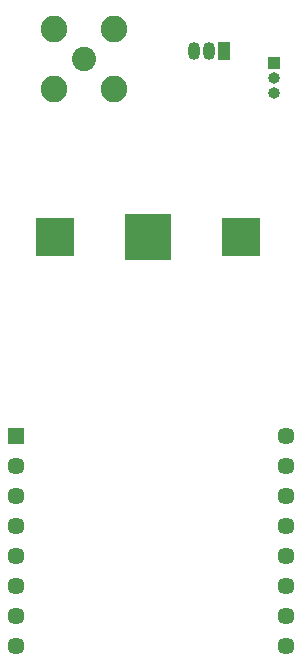
<source format=gbr>
%TF.GenerationSoftware,KiCad,Pcbnew,8.0.2*%
%TF.CreationDate,2024-07-30T13:46:02+02:00*%
%TF.ProjectId,lc29h_mikrobus_PCB,6c633239-685f-46d6-996b-726f6275735f,rev?*%
%TF.SameCoordinates,Original*%
%TF.FileFunction,Soldermask,Bot*%
%TF.FilePolarity,Negative*%
%FSLAX46Y46*%
G04 Gerber Fmt 4.6, Leading zero omitted, Abs format (unit mm)*
G04 Created by KiCad (PCBNEW 8.0.2) date 2024-07-30 13:46:02*
%MOMM*%
%LPD*%
G01*
G04 APERTURE LIST*
%ADD10R,1.445000X1.445000*%
%ADD11C,1.445000*%
%ADD12R,1.000000X1.000000*%
%ADD13O,1.000000X1.000000*%
%ADD14C,2.050000*%
%ADD15C,2.250000*%
%ADD16R,1.050000X1.500000*%
%ADD17O,1.050000X1.500000*%
%ADD18R,3.180000X3.180000*%
%ADD19R,3.960000X3.960000*%
G04 APERTURE END LIST*
D10*
%TO.C,IC1*%
X126093000Y-75221000D03*
D11*
X126093000Y-77761000D03*
X126093000Y-80301000D03*
X126093000Y-82841000D03*
X126093000Y-85381000D03*
X126093000Y-87921000D03*
X126093000Y-90461000D03*
X126093000Y-93001000D03*
X148953000Y-75221000D03*
X148953000Y-77761000D03*
X148953000Y-80301000D03*
X148953000Y-82841000D03*
X148953000Y-85381000D03*
X148953000Y-87921000D03*
X148953000Y-90461000D03*
X148953000Y-93001000D03*
%TD*%
D12*
%TO.C,J2*%
X148003000Y-43721000D03*
D13*
X148003000Y-44991000D03*
X148003000Y-46261000D03*
%TD*%
D14*
%TO.C,J1*%
X131833000Y-43361000D03*
D15*
X129293000Y-40821000D03*
X129293000Y-45901000D03*
X134373000Y-40821000D03*
X134373000Y-45901000D03*
%TD*%
D16*
%TO.C,Q1*%
X143763000Y-42701000D03*
D17*
X142493000Y-42701000D03*
X141223000Y-42701000D03*
%TD*%
D18*
%TO.C,BT1*%
X145163000Y-58421000D03*
X129423000Y-58421000D03*
D19*
X137293000Y-58421000D03*
%TD*%
M02*

</source>
